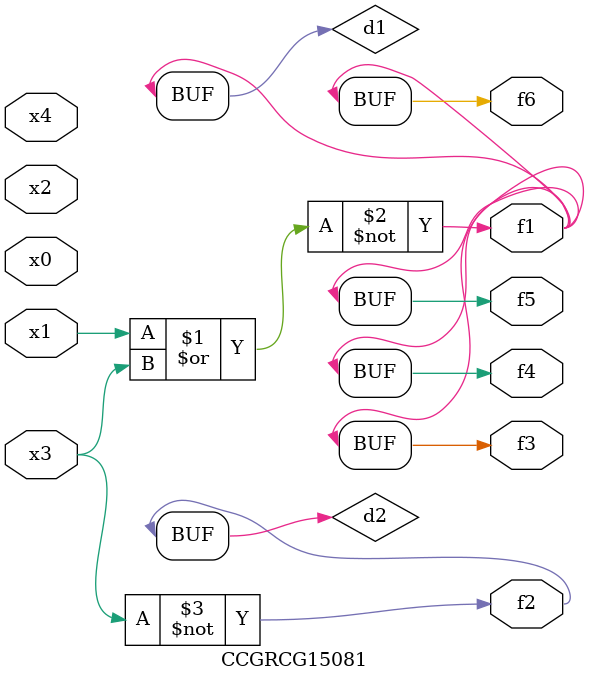
<source format=v>
module CCGRCG15081(
	input x0, x1, x2, x3, x4,
	output f1, f2, f3, f4, f5, f6
);

	wire d1, d2;

	nor (d1, x1, x3);
	not (d2, x3);
	assign f1 = d1;
	assign f2 = d2;
	assign f3 = d1;
	assign f4 = d1;
	assign f5 = d1;
	assign f6 = d1;
endmodule

</source>
